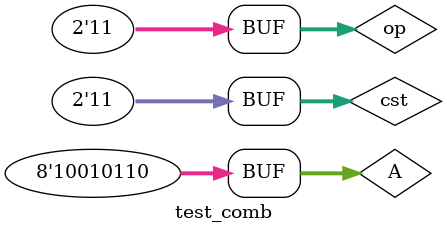
<source format=sv>
`timescale 1ns/1ps 		// time unit / compiler time precision

module test_comb ();

	// Set up variables 
	logic [7:0] A;

	// Wires to retrieve information 
	logic [7:0] OUT;
	logic [1:0] cst;
	logic [1:0] op;
	logic MyStatus;

	// module under test 
	Comb c1 (
		.MyInput(A),
		.MyConstantSelect(cst),
		.MyOperation(op),
		.MyStatus(MyStatus),
		.MyOutput(OUT));

	initial 
	begin
		A = 8'd250; 
		cst = 2'd0;
		op = 2'd0;
		
		# 5 // wait after 5 delay time 
		
		cst = 2'd1;
		
		# 5 // wait after 5 delay time 
		
		cst = 2'd2;
		
		# 5 // wait after 5 delay time 
		
		cst = 2'd3;
		
		# 5 // wait after 5 delay time 
		 
		cst = 2'd0;
		op = 2'd1;
		
		# 5 // wait after 5 delay time 
		
		cst = 2'd1;
		
		# 5 // wait after 5 delay time 
		
		cst = 2'd2;
		
		# 5 // wait after 5 delay time 
		
		cst = 2'd3;


		# 5 // wait after 5 delay time 

		A = 8'd5; 
		cst = 2'd0;
		op = 2'd0;
		
		# 5 // wait after 5 delay time 
		
		cst = 2'd1;
		
		# 5 // wait after 5 delay time 
		
		cst = 2'd2;
		
		# 5 // wait after 5 delay time 
		
		cst = 2'd3;
		
		# 5 // wait after 5 delay time 
		 
		cst = 2'd0;
		op = 2'd1;
		
		# 5 // wait after 5 delay time 
		
		cst = 2'd1;
		
		# 5 // wait after 5 delay time 
		
		cst = 2'd2;
		
		# 5 // wait after 5 delay time 
		
		cst = 2'd3;


		# 5 // wait after 5 delay time 

		A = 8'd150; 
		cst = 2'd0;
		op = 2'd0;
		
		# 5 // wait after 5 delay time 
		
		cst = 2'd1;
		
		# 5 // wait after 5 delay time 
		
		cst = 2'd2;
		
		# 5 // wait after 5 delay time 
		
		cst = 2'd3;
		
		# 5 // wait after 5 delay time 
		 
		cst = 2'd0;
		op = 2'd1;
		
		# 5 // wait after 5 delay time 
		
		cst = 2'd1;
		
		# 5 // wait after 5 delay time 
		
		cst = 2'd2;
		
		# 5 // wait after 5 delay time 
		
		cst = 2'd3;
		
		#5
		
		cst = 2'd0;
		op = 2'd2;
		
		A = 8'd0;
		
		# 5 // wait after 5 delay time 
		
		cst = 2'd1;
		A = 8'd150;
		
		# 5 // wait after 5 delay time 
		
		cst = 2'd2;
		
		# 5 // wait after 5 delay time 
		
		cst = 2'd3;
		
		# 5 
		
		cst = 2'd0;
		op = 2'd3;
		
		# 5 // wait after 5 delay time 
		
		cst = 2'd1;
		
		# 5 // wait after 5 delay time 
		
		cst = 2'd2;
		
		# 5 // wait after 5 delay time 
		
		cst = 2'd3;
		
	end
endmodule 


</source>
